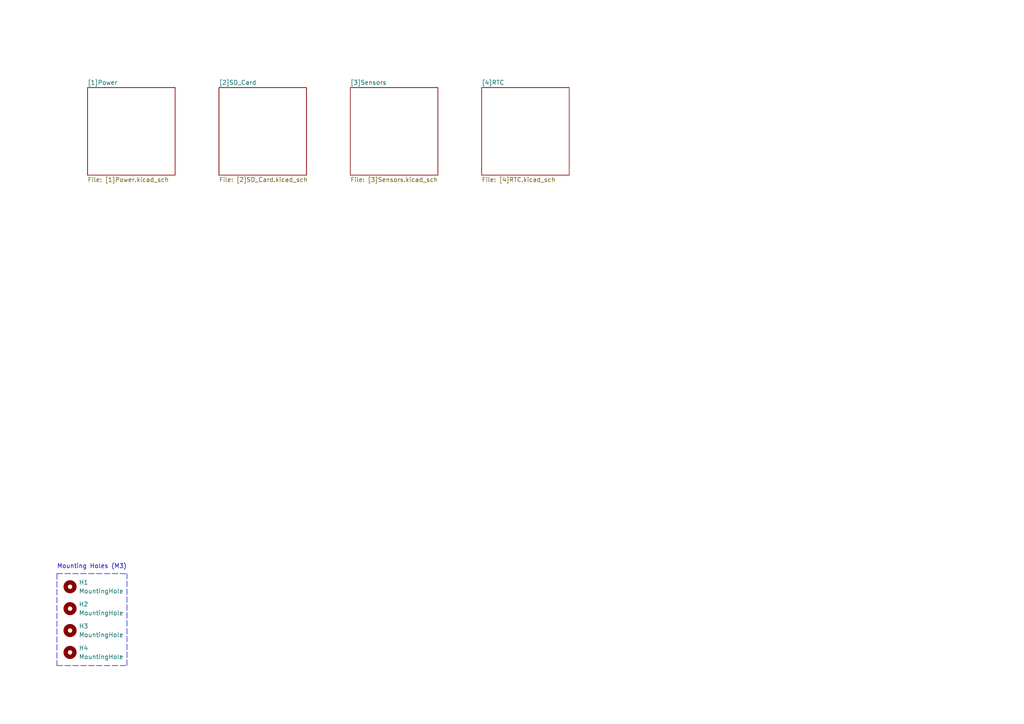
<source format=kicad_sch>
(kicad_sch (version 20231120) (generator "eeschema") (generator_version "8.0")
  (paper "A4")
  (lib_symbols
    (symbol "Mechanical:MountingHole" (pin_names (offset 1.016))
      (property "Reference" "H" (at 0 5.08 0))
      (property "Value" "MountingHole" (at 0 3.175 0))
      (symbol "MountingHole_0_1"
        (circle (center 0 0) (radius 1.27) (stroke (width 1.27)))
      )
    )
  )
  (polyline (pts (xy 36.83 193.04) (xy 36.83 166.37)) (stroke (width 0) (type dash)))
  (polyline (pts (xy 16.51 166.37) (xy 16.51 193.04)) (stroke (width 0) (type dash)))
  (polyline (pts (xy 16.51 166.37) (xy 36.83 166.37)) (stroke (width 0) (type dash)))
  (polyline (pts (xy 16.51 193.04) (xy 36.83 193.04)) (stroke (width 0) (type dash)))
  (text "Mounting Holes (M3)" (at 16.51 165.1 0) (effects (font (size 1.27 1.27)) (justify left bottom)))
  (symbol (lib_id "Mechanical:MountingHole") (at 20.32 189.23 0) (unit 1)
    (property "Reference" "H4" (at 22.86 187.9599 0) (effects (justify left)))
    (property "Value" "MountingHole" (at 22.86 190.4999 0) (effects (justify left)))
    (property "Footprint" "MountingHole:MountingHole_3.2mm_M3" (effects (hide yes)))
  )
  (symbol (lib_id "Mechanical:MountingHole") (at 20.32 176.53 0) (unit 1)
    (property "Reference" "H2" (at 22.86 175.2599 0) (effects (justify left)))
    (property "Value" "MountingHole" (at 22.86 177.7999 0) (effects (justify left)))
    (property "Footprint" "MountingHole:MountingHole_3.2mm_M3" (effects (hide yes)))
  )
  (symbol (lib_id "Mechanical:MountingHole") (at 20.32 182.88 0) (unit 1)
    (property "Reference" "H3" (at 22.86 181.6099 0) (effects (justify left)))
    (property "Value" "MountingHole" (at 22.86 184.1499 0) (effects (justify left)))
    (property "Footprint" "MountingHole:MountingHole_3.2mm_M3" (effects (hide yes)))
  )
  (symbol (lib_id "Mechanical:MountingHole") (at 20.32 170.18 0) (unit 1)
    (property "Reference" "H1" (at 22.86 168.9099 0) (effects (justify left)))
    (property "Value" "MountingHole" (at 22.86 171.4499 0) (effects (justify left)))
    (property "Footprint" "MountingHole:MountingHole_3.2mm_M3" (effects (hide yes)))
  )
  (sheet (at 25.4 25.4) (size 25.4 25.4) (stroke (width 0.1524))
    (property "Sheetname" "[1]Power" (at 25.4 24.6884 0) (effects (justify left bottom)))
    (property "Sheetfile" "[1]Power.kicad_sch" (at 25.4 51.3846 0) (effects (justify left top)))
  )
  (sheet (at 101.6 25.4) (size 25.4 25.4) (stroke (width 0.1524))
    (property "Sheetname" "[3]Sensors" (at 101.6 24.6884 0) (effects (justify left bottom)))
    (property "Sheetfile" "[3]Sensors.kicad_sch" (at 101.6 51.3846 0) (effects (justify left top)))
  )
  (sheet (at 139.7 25.4) (size 25.4 25.4) (stroke (width 0.1524))
    (property "Sheetname" "[4]RTC" (at 139.7 24.6884 0) (effects (justify left bottom)))
    (property "Sheetfile" "[4]RTC.kicad_sch" (at 139.7 51.3846 0) (effects (justify left top)))
  )
  (sheet (at 63.5 25.4) (size 25.4 25.4) (stroke (width 0.1524))
    (property "Sheetname" "[2]SD_Card" (at 63.5 24.6884 0) (effects (justify left bottom)))
    (property "Sheetfile" "[2]SD_Card.kicad_sch" (at 63.5 51.3846 0) (effects (justify left top)))
  )
)
</source>
